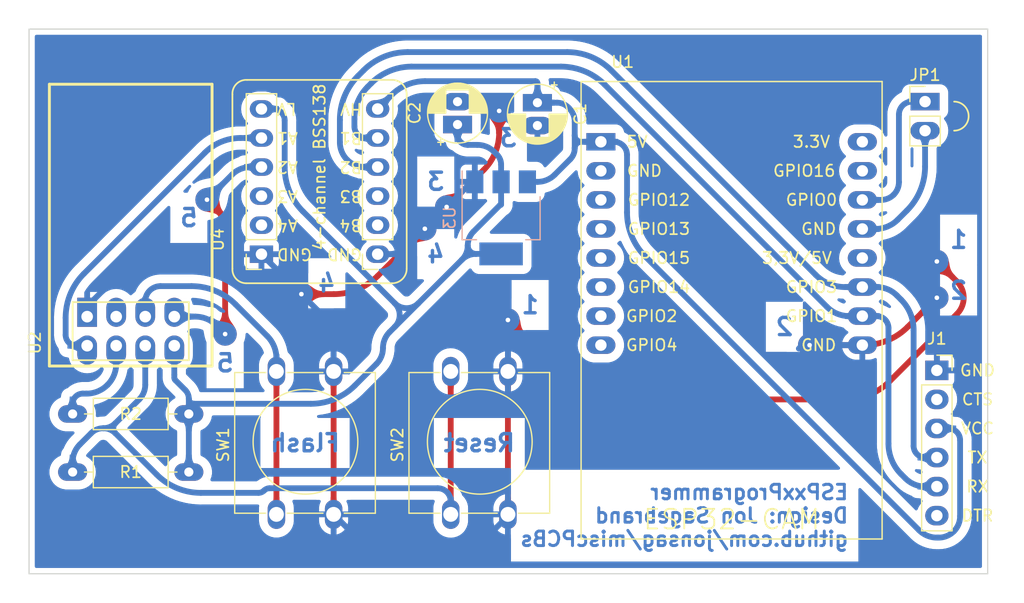
<source format=kicad_pcb>
(kicad_pcb (version 20211014) (generator pcbnew)
  (layers (0 "F.Cu" signal) (31 "B.Cu" signal) (34 "B.Paste" user) (35 "F.Paste" user) (36 "B.SilkS" user "B.Silkscreen") (37 "F.SilkS" user "F.Silkscreen") (38 "B.Mask" user) (39 "F.Mask" user) (44 "Edge.Cuts" user))
  (net 0 "")
  (net 1 "GND")
  (net 3 "+5V")
  (net 4 "TX")
  (net 13 "RX")
  (net 15 "Net-(JP1-Pad2)")
  (net 16 "Net-(JP1-Pad1)")
  (net 19 "+3V3")
  (net 20 "Net-(R1-Pad1)")
  (net 21 "Net-(R2-Pad1)")
  (net 22 "Net-(SW1-Pad1)")
  (net 23 "RX-l")
  (net 25 "TX-l")
  (footprint "My_Misc:CP_Radial_D5.0mm_P2.00mm_larger" (layer "F.Cu") (at 113.665 61.0498 -90)
    (fp_text reference "C1")
    (fp_text value "22u")
  )
  (footprint "My_Misc:SW_PUSH-12mm_large" (layer "F.Cu") (at 106.085 97.045 90)
    (fp_text reference "SW2")
    (fp_text value "Reset")
  )
  (footprint "My_Misc:SW_PUSH-12mm_large" (layer "F.Cu") (at 90.845 97.045 90)
    (fp_text reference "SW1")
    (fp_text value "Flash")
  )
  (footprint "My_ESP32:ESP32-CAM" (layer "F.Cu") (at 119.2135 64.4685)
    (fp_text reference "U1")
    (fp_text value "ESP32-CAM")
  )
  (footprint "My_Headers:6-pin FTDI Programmer PinSocket large" (layer "F.Cu") (at 148.59 84.455)
    (fp_text reference "J1")
    (fp_text value "FTDI Programmer")
  )
  (footprint "My_Misc:R_Axial_DIN0207_L6.3mm_D2.5mm_P10.16mm_Horizontal_larger_pads" (layer "F.Cu") (at 73.025 88.265)
    (fp_text reference "R2")
    (fp_text value "10k")
  )
  (footprint "My_Misc:R_Axial_DIN0207_L6.3mm_D2.5mm_P10.16mm_Horizontal_larger_pads" (layer "F.Cu") (at 73.025 93.345)
    (fp_text reference "R1")
    (fp_text value "10k")
  )
  (footprint "My_Parts:4-channel_I2C_level_shifter_BSS138_large" (layer "F.Cu") (at 89.5357 74.2957 90)
    (fp_text reference "U4")
    (fp_text value "Level shifter BSS138")
  )
  (footprint "My_Misc:CP_Radial_D5.0mm_P2.00mm_larger" (layer "F.Cu") (at 106.68 62.96 90)
    (fp_text reference "C2")
    (fp_text value "22u")
  )
  (footprint "My_Parts:Jumper_1x02_P2.54mm_large" (layer "F.Cu") (at 147.56 60.955)
    (fp_text reference "JP1")
    (fp_text value "Flash")
  )
  (footprint "My_ESP8266:ESP-01_w_pin_socket_large" (layer "F.Cu") (at 74.295 82.296 90)
    (fp_text reference "U2")
    (fp_text value "ESP-01h")
  )
  (footprint "Package_TO_SOT_SMD:SOT-223-3_TabPin2" (layer "B.Cu") (at 110.49 71.12 -90)
    (fp_text reference "U3")
    (fp_text value "AMS1117-3.3")
  )
  (gr_line (start 153.035 102.235) (end 69.215 102.235) (layer "Edge.Cuts") (width 0.1))
  (gr_line (start 69.215 54.61) (end 153.035 54.61) (layer "Edge.Cuts") (width 0.1))
  (gr_line (start 153.035 54.61) (end 153.035 102.235) (layer "Edge.Cuts") (width 0.1))
  (gr_line (start 69.215 102.235) (end 69.215 54.61) (layer "Edge.Cuts") (width 0.1))
  (gr_text "ESPxxProgrammer\nDesign: Jon Sagebrand\ngithub.com/jonsag/miscPCBs" (at 140.97 97.155) (layer "B.Cu") (effects (font (size 1.27 1.27) (thickness 0.254)) (justify left mirror)))
  (gr_text "Reset" (at 108.585 90.805) (layer "B.Cu") (effects (font (size 1.5 1.5) (thickness 0.3)) (justify mirror)))
  (gr_text "Flash" (at 93.345 90.805) (layer "B.Cu") (effects (font (size 1.5 1.5) (thickness 0.3)) (justify mirror)))
  (gr_text "5" (at 83.185 71.12) (layer "B.Cu") (effects (font (size 1.5 1.5) (thickness 0.3)) (justify mirror)))
  (gr_text "3" (at 104.775 67.945) (layer "B.Cu") (effects (font (size 1.5 1.5) (thickness 0.3)) (justify mirror)))
  (gr_text "5" (at 86.36 83.82) (layer "B.Cu") (effects (font (size 1.5 1.5) (thickness 0.3)) (justify mirror)))
  (gr_text "4" (at 95.25 76.835) (layer "B.Cu") (effects (font (size 1.5 1.5) (thickness 0.3)) (justify mirror)))
  (gr_text "3" (at 111.125 64.135) (layer "B.Cu") (effects (font (size 1.5 1.5) (thickness 0.3)) (justify mirror)))
  (gr_text "1" (at 113.03 78.74) (layer "B.Cu") (effects (font (size 1.5 1.5) (thickness 0.3)) (justify mirror)))
  (gr_text "2" (at 150.495 77.47) (layer "B.Cu") (effects (font (size 1.5 1.5) (thickness 0.3)) (justify mirror)))
  (gr_text "2" (at 135.255 80.645) (layer "B.Cu") (effects (font (size 1.5 1.5) (thickness 0.3)) (justify mirror)))
  (gr_text "4" (at 104.775 74.295) (layer "B.Cu") (effects (font (size 1.5 1.5) (thickness 0.3)) (justify mirror)))
  (gr_text "1" (at 150.495 73.025) (layer "B.Cu") (effects (font (size 1.5 1.5) (thickness 0.3)) (justify mirror)))
  (segment (start 110.318589 63.671411) (end 110.318589 61.766411) (width 0.508) (layer "F.Cu") (net 1))
  (segment (start 150.350787 79.519212) (end 144.468792 85.401207) (width 0.508) (layer "F.Cu") (net 1))
  (segment (start 93.0275 77.7875) (end 95.853536 77.7875) (width 0.508) (layer "F.Cu") (net 1))
  (segment (start 111.085 84.52) (end 111.085 84.57) (width 0.508) (layer "F.Cu") (net 1))
  (segment (start 111.085 80.05) (end 116.436207 85.401207) (width 0.508) (layer "F.Cu") (net 1))
  (segment (start 103.8225 72.0725) (end 99.701292 76.193707) (width 0.508) (layer "F.Cu") (net 1))
  (segment (start 111.085 84.57) (end 111.085 97.045) (width 0.508) (layer "F.Cu") (net 1))
  (segment (start 140.621036 86.995) (end 120.283963 86.995) (width 0.508) (layer "F.Cu") (net 1))
  (segment (start 146.040292 80.654707) (end 148.59 78.105) (width 0.508) (layer "F.Cu") (net 1))
  (segment (start 95.845 84.57) (end 95.845 97.045) (width 0.508) (layer "F.Cu") (net 1))
  (segment (start 111.102677 84.477322) (end 111.125 84.455) (width 0.508) (layer "F.Cu") (net 1))
  (segment (start 95.845 84.52) (end 95.845 84.57) (width 0.508) (layer "F.Cu") (net 1))
  (segment (start 95.862677 84.477322) (end 95.885 84.455) (width 0.508) (layer "F.Cu") (net 1))
  (segment (start 150.350787 76.690787) (end 148.59 74.93) (width 0.508) (layer "F.Cu") (net 1))
  (segment (start 142.192536 82.2485) (end 137.4615 82.2485) (width 0.508) (layer "F.Cu") (net 1))
  (segment (start 108.97155 66.923449) (end 105.7275 70.1675) (width 0.508) (layer "F.Cu") (net 1))
  (via (at 111.085 80.05) (size 2.032) (drill 0.4) (layers "F.Cu" "B.Cu") (net 1))
  (via (at 148.59 74.93) (size 2.032) (drill 0.4) (layers "F.Cu" "B.Cu") (net 1))
  (via (at 148.59 78.105) (size 2.032) (drill 0.4) (layers "F.Cu" "B.Cu") (net 1))
  (via (at 110.318589 61.766411) (size 2.032) (drill 0.4) (layers "F.Cu" "B.Cu") (net 1))
  (via (at 137.4615 82.2485) (size 2.032) (drill 0.4) (layers "F.Cu" "B.Cu") (net 1))
  (via (at 103.8225 72.0725) (size 2.032) (drill 0.4) (layers "F.Cu" "B.Cu") (net 1))
  (via (at 105.7275 70.1675) (size 2.032) (drill 0.4) (layers "F.Cu" "B.Cu") (net 1))
  (via (at 93.0275 77.7875) (size 2.032) (drill 0.4) (layers "F.Cu" "B.Cu") (net 1))
  (arc (start 111.102677 84.477322) (mid 111.089594 84.496902) (end 111.085 84.52) (width 0.508) (layer "F.Cu") (net 1))
  (arc (start 99.701292 76.193707) (mid 97.935926 77.373286) (end 95.853536 77.7875) (width 0.508) (layer "F.Cu") (net 1))
  (arc (start 95.862677 84.477322) (mid 95.849594 84.496902) (end 95.845 84.52) (width 0.508) (layer "F.Cu") (net 1))
  (arc (start 146.040292 80.654707) (mid 144.274926 81.834286) (end 142.192536 82.2485) (width 0.508) (layer "F.Cu") (net 1))
  (arc (start 144.468792 85.401207) (mid 142.703426 86.580786) (end 140.621036 86.995) (width 0.508) (layer "F.Cu") (net 1))
  (arc (start 150.350787 76.690787) (mid 150.936573 78.104999) (end 150.350787 79.519212) (width 0.508) (layer "F.Cu") (net 1))
  (arc (start 116.436207 85.401207) (mid 118.201572 86.580786) (end 120.283963 86.995) (width 0.508) (layer "F.Cu") (net 1))
  (arc (start 110.318589 63.671411) (mid 109.968504 65.431401) (end 108.97155 66.923449) (width 0.508) (layer "F.Cu") (net 1))
  (segment (start 105.7275 70.1675) (end 103.8225 72.0725) (width 0.508) (layer "B.Cu") (net 1))
  (segment (start 106.788948 99.695) (end 100.368832 99.695) (width 0.508) (layer "B.Cu") (net 1))
  (segment (start 111.085 80.05) (end 111.085 84.545) (width 0.508) (layer "B.Cu") (net 1))
  (segment (start 102.272324 73.622675) (end 103.8225 72.0725) (width 0.508) (layer "B.Cu") (net 1))
  (segment (start 95.845 82.575) (end 95.845 84.545) (width 0.508) (layer "B.Cu") (net 1))
  (segment (start 97.17 98.37) (end 95.845 97.045) (width 0.508) (layer "B.Cu") (net 1))
  (segment (start 110.318589 61.766411) (end 110.960283 62.408105) (width 0.508) (layer "B.Cu") (net 1))
  (segment (start 105.7275 70.1675) (end 107.95 67.945) (width 0.508) (layer "B.Cu") (net 1))
  (segment (start 109.915383 61.363205) (end 110.318589 61.766411) (width 0.508) (layer "B.Cu") (net 1))
  (segment (start 93.0275 77.7875) (end 89.535 74.295) (width 0.508) (layer "B.Cu") (net 1))
  (segment (start 74.295 79.113062) (end 74.295 79.375) (width 0.508) (layer "B.Cu") (net 1))
  (segment (start 74.480218 78.665905) (end 77.256631 75.889492) (width 0.508) (layer "B.Cu") (net 1))
  (segment (start 112.509471 63.0498) (end 113.665 63.0498) (width 0.508) (layer "B.Cu") (net 1))
  (segment (start 148.59 78.105) (end 148.59 84.455) (width 0.508) (layer "B.Cu") (net 1))
  (segment (start 148.59 78.105) (end 148.59 74.93) (width 0.508) (layer "B.Cu") (net 1))
  (segment (start 109.855 98.425) (end 111.125 97.155) (width 0.508) (layer "B.Cu") (net 1))
  (segment (start 137.4615 82.2485) (end 142.0735 82.2485) (width 0.508) (layer "B.Cu") (net 1))
  (segment (start 137.039692 82.2485) (end 137.4615 82.2485) (width 0.508) (layer "B.Cu") (net 1))
  (segment (start 108.941959 60.96) (end 106.68 60.96) (width 0.508) (layer "B.Cu") (net 1))
  (segment (start 111.105 79.395) (end 111.125 79.375) (width 0.508) (layer "B.Cu") (net 1))
  (segment (start 111.085 79.443284) (end 111.085 80.05) (width 0.508) (layer "B.Cu") (net 1))
  (segment (start 93.0275 77.7875) (end 94.451999 79.211999) (width 0.508) (layer "B.Cu") (net 1))
  (segment (start 136.67575 82.39925) (end 136.525 82.55) (width 0.508) (layer "B.Cu") (net 1))
  (segment (start 81.104387 74.2957) (end 89.5357 74.2957) (width 0.508) (layer "B.Cu") (net 1))
  (segment (start 100.6475 74.2957) (end 99.6957 74.2957) (width 0.508) (layer "B.Cu") (net 1))
  (arc (start 109.855 98.425) (mid 108.448283 99.364937) (end 106.788948 99.695) (width 0.508) (layer "B.Cu") (net 1))
  (arc (start 111.105 79.395) (mid 111.090197 79.417152) (end 111.085 79.443284) (width 0.508) (layer "B.Cu") (net 1))
  (arc (start 109.915383 61.363205) (mid 109.468772 61.064789) (end 108.941959 60.96) (width 0.508) (layer "B.Cu") (net 1))
  (arc (start 137.039692 82.2485) (mid 136.842728 82.287678) (end 136.67575 82.39925) (width 0.508) (layer "B.Cu") (net 1))
  (arc (start 81.104387 74.2957) (mid 79.021996 74.709913) (end 77.256631 75.889492) (width 0.508) (layer "B.Cu") (net 1))
  (arc (start 110.960283 62.408105) (mid 111.671056 62.883028) (end 112.509471 63.0498) (width 0.508) (layer "B.Cu") (net 1))
  (arc (start 74.480218 78.665905) (mid 74.343136 78.871062) (end 74.295 79.113062) (width 0.508) (layer "B.Cu") (net 1))
  (arc (start 94.451999 79.211999) (mid 95.48297 80.754957) (end 95.845 82.575) (width 0.508) (layer "B.Cu") (net 1))
  (arc (start 97.17 98.37) (mid 98.637636 99.350643) (end 100.368832 99.695) (width 0.508) (layer "B.Cu") (net 1))
  (arc (start 102.272324 73.622675) (mid 101.526848 74.120786) (end 100.6475 74.2957) (width 0.508) (layer "B.Cu") (net 1))
  (segment (start 116.43925 61.53775) (end 116.355446 61.453946) (width 0.508) (layer "B.Cu") (net 3))
  (segment (start 117.4925 64.4685) (end 118.07035 64.4685) (width 0.508) (layer "B.Cu") (net 3))
  (segment (start 113.486095 59.1667) (end 103.842262 59.1667) (width 0.508) (layer "B.Cu") (net 3))
  (segment (start 116.9272 62.715765) (end 116.9272 63.9032) (width 0.508) (layer "B.Cu") (net 3))
  (segment (start 121.4998 65.61165) (end 121.4998 70.641736) (width 0.508) (layer "B.Cu") (net 3))
  (segment (start 147.029595 98.425495) (end 123.093592 74.489492) (width 0.508) (layer "B.Cu") (net 3))
  (segment (start 114.23665 61.0498) (end 114.2366 61.0498) (width 0.508) (layer "B.Cu") (net 3))
  (segment (start 148.60295 99.0772) (end 148.748408 99.0772) (width 0.508) (layer "B.Cu") (net 3))
  (segment (start 113.665 59.345604) (end 113.665 60.4782) (width 0.508) (layer "B.Cu") (net 3))
  (segment (start 113.67315 67.97) (end 112.79 67.97) (width 0.508) (layer "B.Cu") (net 3))
  (segment (start 115.37975 61.0498) (end 114.23665 61.0498) (width 0.508) (layer "B.Cu") (net 3))
  (segment (start 120.35665 64.4685) (end 118.07035 64.4685) (width 0.508) (layer "B.Cu") (net 3))
  (segment (start 116.9272 65.0338) (end 116.9272 63.9032) (width 0.508) (layer "B.Cu") (net 3))
  (segment (start 100.9102 60.3812) (end 99.6957 61.5957) (width 0.508) (layer "B.Cu") (net 3))
  (segment (start 150.6223 90.55115) (end 150.6223 97.203308) (width 0.508) (layer "B.Cu") (net 3))
  (segment (start 149.60615 89.535) (end 148.59 89.535) (width 0.508) (layer "B.Cu") (net 3))
  (segment (start 115.180781 67.345518) (end 116.527472 65.998827) (width 0.508) (layer "B.Cu") (net 3))
  (arc (start 116.43925 61.53775) (mid 116.800385 62.078227) (end 116.9272 62.715765) (width 0.508) (layer "B.Cu") (net 3))
  (arc (start 117.4925 64.4685) (mid 117.092772 64.634072) (end 116.9272 65.0338) (width 0.508) (layer "B.Cu") (net 3))
  (arc (start 150.6223 97.203308) (mid 150.479658 97.920415) (end 150.07345 98.52835) (width 0.508) (layer "B.Cu") (net 3))
  (arc (start 121.4998 70.641736) (mid 121.914013 72.724126) (end 123.093592 74.489492) (width 0.508) (layer "B.Cu") (net 3))
  (arc (start 113.665 60.4782) (mid 113.832417 60.882382) (end 114.2366 61.0498) (width 0.508) (layer "B.Cu") (net 3))
  (arc (start 147.029595 98.425495) (mid 147.751456 98.907827) (end 148.60295 99.0772) (width 0.508) (layer "B.Cu") (net 3))
  (arc (start 116.355446 61.453946) (mid 115.907793 61.154834) (end 115.37975 61.0498) (width 0.508) (layer "B.Cu") (net 3))
  (arc (start 113.6126 59.2191) (mid 113.554559 59.180318) (end 113.486095 59.1667) (width 0.508) (layer "B.Cu") (net 3))
  (arc (start 103.842262 59.1667) (mid 102.255441 59.482338) (end 100.9102 60.3812) (width 0.508) (layer "B.Cu") (net 3))
  (arc (start 116.9272 65.0338) (mid 116.823314 65.556068) (end 116.527472 65.998827) (width 0.508) (layer "B.Cu") (net 3))
  (arc (start 115.180781 67.345518) (mid 114.489074 67.807702) (end 113.67315 67.97) (width 0.508) (layer "B.Cu") (net 3))
  (arc (start 113.6126 59.2191) (mid 113.651381 59.27714) (end 113.665 59.345604) (width 0.508) (layer "B.Cu") (net 3))
  (arc (start 150.07345 98.52835) (mid 149.465515 98.934558) (end 148.748408 99.0772) (width 0.508) (layer "B.Cu") (net 3))
  (arc (start 116.9272 63.9032) (mid 117.092772 64.302927) (end 117.4925 64.4685) (width 0.508) (layer "B.Cu") (net 3))
  (arc (start 150.6223 90.55115) (mid 150.324676 89.832623) (end 149.60615 89.535) (width 0.508) (layer "B.Cu") (net 3))
  (arc (start 121.4998 65.61165) (mid 121.164979 64.80332) (end 120.35665 64.4685) (width 0.508) (layer "B.Cu") (net 3))
  (segment (start 143.3205 77.1685) (end 142.38505 77.1685) (width 0.508) (layer "B.Cu") (net 4))
  (segment (start 146.5577 80.920549) (end 146.5577 91.05885) (width 0.508) (layer "B.Cu") (net 4))
  (segment (start 97.986892 58.703106) (end 98.470207 58.219792) (width 0.508) (layer "B.Cu") (net 4))
  (segment (start 120.115692 58.219792) (end 138.000522 76.104622) (width 0.508) (layer "B.Cu") (net 4))
  (segment (start 145.094696 77.903396) (end 145.45875 78.26745) (width 0.508) (layer "B.Cu") (net 4))
  (segment (start 98.561637 66.6757) (end 99.6957 66.6757) (width 0.508) (layer "B.Cu") (net 4))
  (segment (start 116.267936 56.626) (end 102.317963 56.626) (width 0.508) (layer "B.Cu") (net 4))
  (segment (start 147.57385 92.075) (end 148.59 92.075) (width 0.508) (layer "B.Cu") (net 4))
  (segment (start 142.38505 77.1685) (end 142.17735 77.1685) (width 0.508) (layer "B.Cu") (net 4))
  (segment (start 141.96965 77.1685) (end 140.56895 77.1685) (width 0.508) (layer "B.Cu") (net 4))
  (segment (start 96.3931 64.507162) (end 96.3931 62.550863) (width 0.508) (layer "B.Cu") (net 4))
  (segment (start 142.17735 77.1685) (end 141.96965 77.1685) (width 0.508) (layer "B.Cu") (net 4))
  (arc (start 97.02825 66.04055) (mid 97.731774 66.510629) (end 98.561637 66.6757) (width 0.508) (layer "B.Cu") (net 4))
  (arc (start 97.986892 58.703106) (mid 96.807313 60.468472) (end 96.3931 62.550863) (width 0.508) (layer "B.Cu") (net 4))
  (arc (start 138.000522 76.104622) (mid 139.178926 76.892007) (end 140.56895 77.1685) (width 0.508) (layer "B.Cu") (net 4))
  (arc (start 146.5577 91.05885) (mid 146.855323 91.777376) (end 147.57385 92.075) (width 0.508) (layer "B.Cu") (net 4))
  (arc (start 145.45875 78.26745) (mid 146.272092 79.484702) (end 146.5577 80.920549) (width 0.508) (layer "B.Cu") (net 4))
  (arc (start 102.317963 56.626) (mid 100.235572 57.040213) (end 98.470207 58.219792) (width 0.508) (layer "B.Cu") (net 4))
  (arc (start 145.094696 77.903396) (mid 144.280687 77.359493) (end 143.3205 77.1685) (width 0.508) (layer "B.Cu") (net 4))
  (arc (start 120.115692 58.219792) (mid 118.350326 57.040213) (end 116.267936 56.626) (width 0.508) (layer "B.Cu") (net 4))
  (arc (start 96.3931 64.507162) (mid 96.55817 65.337025) (end 97.02825 66.04055) (width 0.508) (layer "B.Cu") (net 4))
  (segment (start 102.65976 57.8963) (end 115.721036 57.8963) (width 0.508) (layer "B.Cu") (net 13))
  (segment (start 147.57385 94.615) (end 148.59 94.615) (width 0.508) (layer "B.Cu") (net 13))
  (segment (start 138.97887 78.90017) (end 119.568792 59.490092) (width 0.508) (layer "B.Cu") (net 13))
  (segment (start 142.38505 79.7085) (end 143.3205 79.7085) (width 0.508) (layer "B.Cu") (net 13))
  (segment (start 97.6634 63.11955) (end 97.6634 62.4794) (width 0.508) (layer "B.Cu") (net 13))
  (segment (start 98.67955 64.1357) (end 99.6957 64.1357) (width 0.508) (layer "B.Cu") (net 13))
  (segment (start 98.83458 59.651919) (end 99.1268 59.3597) (width 0.508) (layer "B.Cu") (net 13))
  (segment (start 142.17735 79.7085) (end 141.96965 79.7085) (width 0.508) (layer "B.Cu") (net 13))
  (segment (start 145.45875 93.51605) (end 145.839173 93.896473) (width 0.508) (layer "B.Cu") (net 13))
  (segment (start 144.3598 90.86295) (end 144.3598 80.7478) (width 0.508) (layer "B.Cu") (net 13))
  (segment (start 141.96965 79.7085) (end 140.93035 79.7085) (width 0.508) (layer "B.Cu") (net 13))
  (segment (start 142.38505 79.7085) (end 142.17735 79.7085) (width 0.508) (layer "B.Cu") (net 13))
  (arc (start 144.3598 90.86295) (mid 144.645407 92.298797) (end 145.45875 93.51605) (width 0.508) (layer "B.Cu") (net 13))
  (arc (start 98.83458 59.651919) (mid 97.967779 60.949178) (end 97.6634 62.4794) (width 0.508) (layer "B.Cu") (net 13))
  (arc (start 138.97887 78.90017) (mid 139.874216 79.498421) (end 140.93035 79.7085) (width 0.508) (layer "B.Cu") (net 13))
  (arc (start 102.65976 57.8963) (mid 100.747735 58.276625) (end 99.1268 59.3597) (width 0.508) (layer "B.Cu") (net 13))
  (arc (start 145.839173 93.896473) (mid 146.635049 94.42826) (end 147.57385 94.615) (width 0.508) (layer "B.Cu") (net 13))
  (arc (start 97.6634 63.11955) (mid 97.961023 63.838076) (end 98.67955 64.1357) (width 0.508) (layer "B.Cu") (net 13))
  (arc (start 119.568792 59.490092) (mid 117.803426 58.310513) (end 115.721036 57.8963) (width 0.508) (layer "B.Cu") (net 13))
  (arc (start 144.3598 80.7478) (mid 144.055396 80.012903) (end 143.3205 79.7085) (width 0.508) (layer "B.Cu") (net 13))
  (segment (start 145.966206 70.482092) (end 145.168129 71.28017) (width 0.508) (layer "B.Cu") (net 15))
  (segment (start 147.56 66.634336) (end 147.56 63.495) (width 0.508) (layer "B.Cu") (net 15))
  (segment (start 143.21665 72.0885) (end 142.0735 72.0885) (width 0.508) (layer "B.Cu") (net 15))
  (arc (start 147.56 66.634336) (mid 147.145786 68.716726) (end 145.966206 70.482092) (width 0.508) (layer "B.Cu") (net 15))
  (arc (start 145.168129 71.28017) (mid 144.272782 71.878421) (end 143.21665 72.0885) (width 0.508) (layer "B.Cu") (net 15))
  (segment (start 146.41685 60.955) (end 147.56 60.955) (width 0.508) (layer "B.Cu") (net 16))
  (segment (start 143.713575 69.5485) (end 142.0735 69.5485) (width 0.508) (layer "B.Cu") (net 16))
  (segment (start 145.2737 62.09815) (end 145.2737 67.988375) (width 0.508) (layer "B.Cu") (net 16))
  (arc (start 145.2737 67.988375) (mid 145.154942 68.585409) (end 144.81675 69.09155) (width 0.508) (layer "B.Cu") (net 16))
  (arc (start 144.81675 69.09155) (mid 144.310609 69.429742) (end 143.713575 69.5485) (width 0.508) (layer "B.Cu") (net 16))
  (arc (start 146.41685 60.955) (mid 145.60852 61.28982) (end 145.2737 62.09815) (width 0.508) (layer "B.Cu") (net 16))
  (segment (start 81.915 84.8366) (end 81.915 85.09) (width 0.508) (layer "B.Cu") (net 19))
  (segment (start 82.00459 85.30629) (end 82.870655 86.172355) (width 0.508) (layer "B.Cu") (net 19))
  (segment (start 109.8823 65.346) (end 110.133582 65.597282) (width 0.508) (layer "B.Cu") (net 19))
  (segment (start 106.68 63.84915) (end 106.68 62.96) (width 0.508) (layer "B.Cu") (net 19))
  (segment (start 107.061577 74.782122) (end 103.25875 78.58495) (width 0.508) (layer "B.Cu") (net 19))
  (segment (start 81.915 84.8366) (end 81.915 82.296) (width 0.508) (layer "B.Cu") (net 19))
  (segment (start 100.739691 81.104008) (end 101.19325 80.65045) (width 0.508) (layer "B.Cu") (net 19))
  (segment (start 83.185 87.82035) (end 83.185 87.8204) (width 0.508) (layer "B.Cu") (net 19))
  (segment (start 93.161799 70.553584) (end 101.193245 78.584954) (width 0.508) (layer "B.Cu") (net 19))
  (segment (start 110.49 66.45775) (end 110.49 67.46585) (width 0.508) (layer "B.Cu") (net 19))
  (segment (start 83.62955 87.3758) (end 93.852136 87.3758) (width 0.508) (layer "B.Cu") (net 19))
  (segment (start 110.49 67.46585) (end 110.49 67.4659) (width 0.508) (layer "B.Cu") (net 19))
  (segment (start 99.581308 83.900591) (end 97.699892 85.782007) (width 0.508) (layer "B.Cu") (net 19))
  (segment (start 83.185 88.7096) (end 83.185 93.345) (width 0.508) (layer "B.Cu") (net 19))
  (segment (start 108.29795 74.27) (end 110.49 74.27) (width 0.508) (layer "B.Cu") (net 19))
  (segment (start 91.568 66.705837) (end 91.568 62.61185) (width 0.508) (layer "B.Cu") (net 19))
  (segment (start 110.49 69.94575) (end 110.49 68.4741) (width 0.508) (layer "B.Cu") (net 19))
  (segment (start 107.56915 64.7383) (end 108.415182 64.7383) (width 0.508) (layer "B.Cu") (net 19))
  (segment (start 103.25875 78.58495) (end 101.19325 80.65045) (width 0.508) (layer "B.Cu") (net 19))
  (segment (start 83.185 87.8204) (end 83.185 88.7096) (width 0.508) (layer "B.Cu") (net 19))
  (segment (start 110.49 67.4659) (end 110.49 68.4741) (width 0.508) (layer "B.Cu") (net 19))
  (segment (start 90.55185 61.5957) (end 89.5357 61.5957) (width 0.508) (layer "B.Cu") (net 19))
  (segment (start 110.380226 70.014973) (end 108.085822 72.309377) (width 0.508) (layer "B.Cu") (net 19))
  (arc (start 110.44945 69.9863) (mid 110.411986 69.993751) (end 110.380226 70.014973) (width 0.508) (layer "B.Cu") (net 19))
  (arc (start 81.915 85.09) (mid 81.938283 85.207055) (end 82.00459 85.30629) (width 0.508) (layer "B.Cu") (net 19))
  (arc (start 91.568 62.61185) (mid 91.270376 61.893323) (end 90.55185 61.5957) (width 0.508) (layer "B.Cu") (net 19))
  (arc (start 108.085822 72.309377) (mid 107.706796 72.87663) (end 107.5737 73.54575) (width 0.508) (layer "B.Cu") (net 19))
  (arc (start 106.68 63.84915) (mid 106.940426 64.477873) (end 107.56915 64.7383) (width 0.508) (layer "B.Cu") (net 19))
  (arc (start 101.19325 80.65045) (mid 101.621026 79.617701) (end 101.193245 78.584954) (width 0.508) (layer "B.Cu") (net 19))
  (arc (start 100.1605 82.5023) (mid 100.009972 83.259049) (end 99.581308 83.900591) (width 0.508) (layer "B.Cu") (net 19))
  (arc (start 107.5737 73.54575) (mid 107.785827 74.057872) (end 108.29795 74.27) (width 0.508) (layer "B.Cu") (net 19))
  (arc (start 110.49 69.94575) (mid 110.478123 69.974423) (end 110.44945 69.9863) (width 0.508) (layer "B.Cu") (net 19))
  (arc (start 108.29795 74.27) (mid 107.62883 74.403096) (end 107.061577 74.782122) (width 0.508) (layer "B.Cu") (net 19))
  (arc (start 97.699892 85.782007) (mid 95.934526 86.961586) (end 93.852136 87.3758) (width 0.508) (layer "B.Cu") (net 19))
  (arc (start 109.8823 65.346) (mid 109.20918 64.896236) (end 108.415182 64.7383) (width 0.508) (layer "B.Cu") (net 19))
  (arc (start 100.739691 81.104008) (mid 100.311026 81.74555) (end 100.1605 82.5023) (width 0.508) (layer "B.Cu") (net 19))
  (arc (start 83.185 87.82035) (mid 83.185 87.3758) (end 83.185 86.93125) (width 0.508) (layer "B.Cu") (net 19))
  (arc (start 101.193245 78.584954) (mid 102.225998 79.01273) (end 103.25875 78.58495) (width 0.508) (layer "B.Cu") (net 19))
  (arc (start 82.870655 86.172355) (mid 83.103304 86.520539) (end 83.185 86.93125) (width 0.508) (layer "B.Cu") (net 19))
  (arc (start 107.061577 74.782122) (mid 107.440603 74.214869) (end 107.5737 73.54575) (width 0.508) (layer "B.Cu") (net 19))
  (arc (start 83.185 86.93125) (mid 83.315205 87.245594) (end 83.62955 87.3758) (width 0.508) (layer "B.Cu") (net 19))
  (arc (start 83.62955 87.3758) (mid 83.315205 87.506005) (end 83.185 87.82035) (width 0.508) (layer "B.Cu") (net 19))
  (arc (start 91.568 66.705837) (mid 91.982215 68.788224) (end 93.161799 70.553584) (width 0.508) (layer "B.Cu") (net 19))
  (arc (start 110.133582 65.597282) (mid 110.397369 65.992068) (end 110.49 66.45775) (width 0.508) (layer "B.Cu") (net 19))
  (segment (start 106.085 84.57) (end 106.085 97.045) (width 0.508) (layer "F.Cu") (net 20))
  (segment (start 106.067322 84.477322) (end 106.045 84.455) (width 0.508) (layer "F.Cu") (net 20))
  (segment (start 106.085 84.52) (end 106.085 84.57) (width 0.508) (layer "F.Cu") (net 20))
  (arc (start 106.067322 84.477322) (mid 106.080405 84.496902) (end 106.085 84.52) (width 0.508) (layer "F.Cu") (net 20))
  (segment (start 104.94185 94.7587) (end 90.253824 94.7587) (width 0.508) (layer "B.Cu") (net 20))
  (segment (start 79.375 84.213) (end 79.375 82.296) (width 0.508) (layer "B.Cu") (net 20))
  (segment (start 79.375 84.213) (end 79.375 85.7136) (width 0.508) (layer "B.Cu") (net 20))
  (segment (start 76.767651 89.953151) (end 80.383907 93.569407) (width 0.508) (layer "B.Cu") (net 20))
  (segment (start 73.025 92.45585) (end 73.025 93.345) (width 0.508) (layer "B.Cu") (net 20))
  (segment (start 89.277275 95.1632) (end 84.231663 95.1632) (width 0.508) (layer "B.Cu") (net 20))
  (segment (start 74.638548 89.953151) (end 73.653723 90.937976) (width 0.508) (layer "B.Cu") (net 20))
  (segment (start 106.085 95.90185) (end 106.085 97.045) (width 0.508) (layer "B.Cu") (net 20))
  (segment (start 78.844457 86.994442) (end 76.767651 89.071248) (width 0.508) (layer "B.Cu") (net 20))
  (arc (start 75.7031 89.5122) (mid 75.126968 89.626799) (end 74.638548 89.953151) (width 0.508) (layer "B.Cu") (net 20))
  (arc (start 90.253824 94.7587) (mid 89.989572 94.811263) (end 89.76555 94.96095) (width 0.508) (layer "B.Cu") (net 20))
  (arc (start 76.767651 89.071248) (mid 76.585003 89.512199) (end 76.767651 89.953151) (width 0.508) (layer "B.Cu") (net 20))
  (arc (start 89.76555 94.96095) (mid 89.541527 95.110636) (end 89.277275 95.1632) (width 0.508) (layer "B.Cu") (net 20))
  (arc (start 80.383907 93.569407) (mid 82.149272 94.748986) (end 84.231663 95.1632) (width 0.508) (layer "B.Cu") (net 20))
  (arc (start 106.085 95.90185) (mid 105.750179 95.09352) (end 104.94185 94.7587) (width 0.508) (layer "B.Cu") (net 20))
  (arc (start 76.767651 89.953151) (mid 76.279231 89.626799) (end 75.7031 89.5122) (width 0.508) (layer "B.Cu") (net 20))
  (arc (start 75.7031 89.5122) (mid 76.279231 89.3976) (end 76.767651 89.071248) (width 0.508) (layer "B.Cu") (net 20))
  (arc (start 79.375 85.7136) (mid 79.237116 86.406786) (end 78.844457 86.994442) (width 0.508) (layer "B.Cu") (net 20))
  (arc (start 73.653723 90.937976) (mid 73.188399 91.634382) (end 73.025 92.45585) (width 0.508) (layer "B.Cu") (net 20))
  (segment (start 73.025 87.37585) (end 73.025 88.265) (width 0.508) (layer "B.Cu") (net 21))
  (segment (start 74.234393 86.4867) (end 73.91415 86.4867) (width 0.508) (layer "B.Cu") (net 21))
  (segment (start 76.835 83.886093) (end 76.835 82.296) (width 0.508) (layer "B.Cu") (net 21))
  (arc (start 73.91415 86.4867) (mid 73.285426 86.747126) (end 73.025 87.37585) (width 0.508) (layer "B.Cu") (net 21))
  (arc (start 76.0733 85.725) (mid 75.229602 86.28874) (end 74.234393 86.4867) (width 0.508) (layer "B.Cu") (net 21))
  (arc (start 76.835 83.886093) (mid 76.63704 84.881302) (end 76.0733 85.725) (width 0.508) (layer "B.Cu") (net 21))
  (segment (start 90.845 84.52) (end 90.845 84.57) (width 0.508) (layer "F.Cu") (net 22))
  (segment (start 90.845 84.57) (end 90.845 97.045) (width 0.508) (layer "F.Cu") (net 22))
  (segment (start 90.827322 84.477322) (end 90.805 84.455) (width 0.508) (layer "F.Cu") (net 22))
  (arc (start 90.827322 84.477322) (mid 90.840405 84.496902) (end 90.845 84.52) (width 0.508) (layer "F.Cu") (net 22))
  (segment (start 90.03667 81.45037) (end 87.268792 78.682492) (width 0.508) (layer "B.Cu") (net 22))
  (segment (start 90.845 83.40185) (end 90.845 84.545) (width 0.508) (layer "B.Cu") (net 22))
  (segment (start 80.70865 77.0887) (end 83.421036 77.0887) (width 0.508) (layer "B.Cu") (net 22))
  (segment (start 79.375 78.42235) (end 79.375 79.756) (width 0.508) (layer "B.Cu") (net 22))
  (arc (start 87.268792 78.682492) (mid 85.503426 77.502913) (end 83.421036 77.0887) (width 0.508) (layer "B.Cu") (net 22))
  (arc (start 80.70865 77.0887) (mid 79.765617 77.479317) (end 79.375 78.42235) (width 0.508) (layer "B.Cu") (net 22))
  (arc (start 90.03667 81.45037) (mid 90.634921 82.345716) (end 90.845 83.40185) (width 0.508) (layer "B.Cu") (net 22))
  (segment (start 84.585755 65.428644) (end 74.008892 76.005507) (width 0.508) (layer "B.Cu") (net 23))
  (segment (start 87.7072 64.1357) (end 89.5357 64.1357) (width 0.508) (layer "B.Cu") (net 23))
  (segment (start 73.35505 82.296) (end 74.295 82.296) (width 0.508) (layer "B.Cu") (net 23))
  (segment (start 72.4151 81.35605) (end 72.4151 79.853263) (width 0.508) (layer "B.Cu") (net 23))
  (arc (start 87.7072 64.1357) (mid 86.017886 64.471725) (end 84.585755 65.428644) (width 0.508) (layer "B.Cu") (net 23))
  (arc (start 72.4151 81.35605) (mid 72.690404 82.020695) (end 73.35505 82.296) (width 0.508) (layer "B.Cu") (net 23))
  (arc (start 74.008892 76.005507) (mid 72.829313 77.770872) (end 72.4151 79.853263) (width 0.508) (layer "B.Cu") (net 23))
  (segment (start 85.56625 70.32625) (end 84.7725 69.5325) (width 0.508) (layer "F.Cu") (net 25))
  (segment (start 86.36 72.242532) (end 86.36 81.28) (width 0.508) (layer "F.Cu") (net 25))
  (via (at 84.7725 69.5325) (size 2.032) (drill 0.4) (layers "F.Cu" "B.Cu") (net 25))
  (via (at 86.36 81.28) (size 2.032) (drill 0.4) (layers "F.Cu" "B.Cu") (net 25))
  (arc (start 85.56625 70.32625) (mid 86.153711 71.205447) (end 86.36 72.242532) (width 0.508) (layer "F.Cu") (net 25))
  (segment (start 84.7725 69.5325) (end 84.455 69.85) (width 0.508) (layer "B.Cu") (net 25))
  (segment (start 85.598 80.518) (end 86.36 81.28) (width 0.508) (layer "B.Cu") (net 25))
  (segment (start 86.955285 67.349714) (end 84.7725 69.5325) (width 0.508) (layer "B.Cu") (net 25))
  (segment (start 88.5825 66.6757) (end 89.5357 66.6757) (width 0.508) (layer "B.Cu") (net 25))
  (segment (start 83.758369 79.756) (end 81.915 79.756) (width 0.508) (layer "B.Cu") (net 25))
  (arc (start 88.5825 66.6757) (mid 87.701857 66.85087) (end 86.955285 67.349714) (width 0.508) (layer "B.Cu") (net 25))
  (arc (start 85.598 80.518) (mid 84.75397 79.954037) (end 83.758369 79.756) (width 0.508) (layer "B.Cu") (net 25))
  (zone (net 20) (net_name "Net-(R1-Pad1)") (layer "F.Cu") (priority 16962) (connect_pads yes (clearance 0)) (min_thickness 0.0254) (fill yes (thermal_gap 0.508) (thermal_bridge_width 0.508))
    (polygon (pts (xy 106.339 86.067) (xy 106.344759 85.892964) (xy 106.361396 85.746705) (xy 106.38795 85.622393) (xy 106.42346 85.514201) (xy 106.466966 85.4163) (xy 106.517506 85.322861) (xy 106.574121 85.228054) (xy 106.635848 85.126052) (xy 106.701728 85.011026) (xy 106.7708 84.877148) (xy 106.085 84.164) (xy 105.3992 84.877148) (xy 105.468271 85.011026) (xy 105.534151 85.126052) (xy 105.595878 85.228054) (xy 105.652493 85.322861) (xy 105.703033 85.4163) (xy 105.746539 85.514201) (xy 105.782049 85.622393) (xy 105.808603 85.746705) (xy 105.82524 85.892964) (xy 105.831 86.067)))
  )
  (zone (net 25) (net_name "TX-l") (layer "F.Cu") (priority 16962) (connect_pads yes (clearance 0)) (min_thickness 0.0254) (fill yes (thermal_gap 0.508) (thermal_bridge_width 0.508))
    (polygon (pts (xy 86.106 79.254) (xy 86.096256 79.48868) (xy 86.068422 79.683771) (xy 86.02459 79.847754) (xy 85.966852 79.989112) (xy 85.897302 80.116326) (xy 85.818031 80.23788) (xy 85.731133 80.362255) (xy 85.638699 80.497935) (xy 85.542824 80.653401) (xy 85.4456 80.837136) (xy 86.36 81.788) (xy 87.2744 80.837136) (xy 87.177175 80.653401) (xy 87.0813 80.497935) (xy 86.988866 80.362255) (xy 86.901968 80.23788) (xy 86.822697 80.116326) (xy 86.753147 79.989112) (xy 86.695409 79.847754) (xy 86.651577 79.683771) (xy 86.623743 79.48868) (xy 86.614 79.254)))
  )
  (zone (net 1) (net_name "GND") (layer "F.Cu") (priority 16962) (connect_pads yes (clearance 0)) (min_thickness 0.0254) (fill yes (thermal_gap 0.508) (thermal_bridge_width 0.508))
    (polygon (pts (xy 112.697202 81.302992) (xy 112.538147 81.130158) (xy 112.419878 80.972526) (xy 112.334919 80.825579) (xy 112.275791 80.684797) (xy 112.235017 80.545664) (xy 112.205118 80.403659) (xy 112.178618 80.254266) (xy 112.148038 80.092966) (xy 112.105901 79.915242) (xy 112.04473 79.716574) (xy 110.72579 79.69079) (xy 110.751574 81.00973) (xy 110.950242 81.070901) (xy 111.127966 81.113038) (xy 111.289266 81.143618) (xy 111.438659 81.170118) (xy 111.580664 81.200017) (xy 111.719797 81.240791) (xy 111.860579 81.299919) (xy 112.007526 81.384878) (xy 112.165158 81.503147) (xy 112.337992 81.662202)))
  )
  (zone (net 1) (net_name "GND") (layer "F.Cu") (priority 16962) (connect_pads yes (clearance 0)) (min_thickness 0.0254) (fill yes (thermal_gap 0.508) (thermal_bridge_width 0.508))
    (polygon (pts (xy 147.337008 79.717202) (xy 147.509841 79.558147) (xy 147.667473 79.439878) (xy 147.81442 79.354919) (xy 147.955202 79.295791) (xy 148.094335 79.255017) (xy 148.23634 79.225118) (xy 148.385733 79.198618) (xy 148.547033 79.168038) (xy 148.724757 79.125901) (xy 148.923426 79.06473) (xy 148.94921 77.74579) (xy 147.63027 77.771574) (xy 147.569098 77.970242) (xy 147.526961 78.147966) (xy 147.496381 78.309266) (xy 147.469881 78.458659) (xy 147.439982 78.600664) (xy 147.399208 78.739797) (xy 147.34008 78.880579) (xy 147.255121 79.027526) (xy 147.136852 79.185158) (xy 146.977798 79.357992)))
  )
  (zone (net 1) (net_name "GND") (layer "F.Cu") (priority 16962) (connect_pads yes (clearance 0)) (min_thickness 0.0254) (fill yes (thermal_gap 0.508) (thermal_bridge_width 0.508))
    (polygon (pts (xy 95.591 95.523) (xy 95.58524 95.697035) (xy 95.568603 95.843294) (xy 95.542049 95.967606) (xy 95.506539 96.075798) (xy 95.463033 96.173699) (xy 95.412493 96.267138) (xy 95.355878 96.361945) (xy 95.294151 96.463947) (xy 95.228271 96.578973) (xy 95.1592 96.712852) (xy 95.845 97.426) (xy 96.5308 96.712852) (xy 96.461728 96.578973) (xy 96.395848 96.463947) (xy 96.334121 96.361945) (xy 96.277506 96.267138) (xy 96.226966 96.173699) (xy 96.18346 96.075798) (xy 96.14795 95.967606) (xy 96.121396 95.843294) (xy 96.104759 95.697035) (xy 96.099 95.523)))
  )
  (zone (net 1) (net_name "GND") (layer "F.Cu") (priority 16962) (connect_pads yes (clearance 0)) (min_thickness 0.0254) (fill yes (thermal_gap 0.508) (thermal_bridge_width 0.508))
    (polygon (pts (xy 111.339 86.067) (xy 111.344759 85.892964) (xy 111.361396 85.746705) (xy 111.38795 85.622393) (xy 111.42346 85.514201) (xy 111.466966 85.4163) (xy 111.517506 85.322861) (xy 111.574121 85.228054) (xy 111.635848 85.126052) (xy 111.701728 85.011026) (xy 111.7708 84.877148) (xy 111.085 84.164) (xy 110.3992 84.877148) (xy 110.468271 85.011026) (xy 110.534151 85.126052) (xy 110.595878 85.228054) (xy 110.652493 85.322861) (xy 110.703033 85.4163) (xy 110.746539 85.514201) (xy 110.782049 85.622393) (xy 110.808603 85.746705) (xy 110.82524 85.892964) (xy 110.831 86.067)))
  )
  (zone (net 22) (net_name "Net-(SW1-Pad1)") (layer "F.Cu") (priority 16962) (connect_pads yes (clearance 0)) (min_thickness 0.0254) (fill yes (thermal_gap 0.508) (thermal_bridge_width 0.508))
    (polygon (pts (xy 90.591 95.523) (xy 90.58524 95.697035) (xy 90.568603 95.843294) (xy 90.542049 95.967606) (xy 90.506539 96.075798) (xy 90.463033 96.173699) (xy 90.412493 96.267138) (xy 90.355878 96.361945) (xy 90.294151 96.463947) (xy 90.228271 96.578973) (xy 90.1592 96.712852) (xy 90.845 97.426) (xy 91.5308 96.712852) (xy 91.461728 96.578973) (xy 91.395848 96.463947) (xy 91.334121 96.361945) (xy 91.277506 96.267138) (xy 91.226966 96.173699) (xy 91.18346 96.075798) (xy 91.14795 95.967606) (xy 91.121396 95.843294) (xy 91.104759 95.697035) (xy 91.099 95.523)))
  )
  (zone (net 22) (net_name "Net-(SW1-Pad1)") (layer "F.Cu") (priority 16962) (connect_pads yes (clearance 0)) (min_thickness 0.0254) (fill yes (thermal_gap 0.508) (thermal_bridge_width 0.508))
    (polygon (pts (xy 91.099 86.067) (xy 91.104759 85.892964) (xy 91.121396 85.746705) (xy 91.14795 85.622393) (xy 91.18346 85.514201) (xy 91.226966 85.4163) (xy 91.277506 85.322861) (xy 91.334121 85.228054) (xy 91.395848 85.126052) (xy 91.461728 85.011026) (xy 91.5308 84.877148) (xy 90.845 84.164) (xy 90.1592 84.877148) (xy 90.228271 85.011026) (xy 90.294151 85.126052) (xy 90.355878 85.228054) (xy 90.412493 85.322861) (xy 90.463033 85.4163) (xy 90.506539 85.514201) (xy 90.542049 85.622393) (xy 90.568603 85.746705) (xy 90.58524 85.892964) (xy 90.591 86.067)))
  )
  (zone (net 1) (net_name "GND") (layer "F.Cu") (priority 16962) (connect_pads yes (clearance 0)) (min_thickness 0.0254) (fill yes (thermal_gap 0.508) (thermal_bridge_width 0.508))
    (polygon (pts (xy 95.0535 77.5335) (xy 94.818819 77.523756) (xy 94.623728 77.495922) (xy 94.459745 77.45209) (xy 94.318387 77.394352) (xy 94.191173 77.324802) (xy 94.069619 77.245531) (xy 93.945244 77.158633) (xy 93.809564 77.066199) (xy 93.654098 76.970324) (xy 93.470364 76.8731) (xy 92.5195 77.7875) (xy 93.470364 78.7019) (xy 93.654098 78.604675) (xy 93.809564 78.5088) (xy 93.945244 78.416366) (xy 94.069619 78.329468) (xy 94.191173 78.250197) (xy 94.318387 78.180647) (xy 94.459745 78.122909) (xy 94.623728 78.079077) (xy 94.818819 78.051243) (xy 95.0535 78.0415)))
  )
  (zone (net 1) (net_name "GND") (layer "F.Cu") (priority 16962) (connect_pads yes (clearance 0)) (min_thickness 0.0254) (fill yes (thermal_gap 0.508) (thermal_bridge_width 0.508))
    (polygon (pts (xy 150.202202 76.182992) (xy 150.043147 76.010158) (xy 149.924878 75.852526) (xy 149.839919 75.705579) (xy 149.780791 75.564797) (xy 149.740017 75.425664) (xy 149.710118 75.283659) (xy 149.683618 75.134266) (xy 149.653038 74.972966) (xy 149.610901 74.795242) (xy 149.54973 74.596574) (xy 148.23079 74.57079) (xy 148.256574 75.88973) (xy 148.455242 75.950901) (xy 148.632966 75.993038) (xy 148.794266 76.023618) (xy 148.943659 76.050118) (xy 149.085664 76.080017) (xy 149.224797 76.120791) (xy 149.365579 76.179919) (xy 149.512526 76.264878) (xy 149.670158 76.383147) (xy 149.842992 76.542202)))
  )
  (zone (net 1) (net_name "GND") (layer "F.Cu") (priority 16962) (connect_pads yes (clearance 0)) (min_thickness 0.0254) (fill yes (thermal_gap 0.508) (thermal_bridge_width 0.508))
    (polygon (pts (xy 139.4875 81.9945) (xy 139.252819 81.984756) (xy 139.057728 81.956922) (xy 138.893745 81.91309) (xy 138.752387 81.855352) (xy 138.625173 81.785802) (xy 138.503619 81.706531) (xy 138.379244 81.619633) (xy 138.243564 81.527199) (xy 138.088098 81.431324) (xy 137.904364 81.3341) (xy 136.9535 82.2485) (xy 137.904364 83.1629) (xy 138.088098 83.065675) (xy 138.243564 82.9698) (xy 138.379244 82.877366) (xy 138.503619 82.790468) (xy 138.625173 82.711197) (xy 138.752387 82.641647) (xy 138.893745 82.583909) (xy 139.057728 82.540077) (xy 139.252819 82.512243) (xy 139.4875 82.5025)))
  )
  (zone (net 20) (net_name "Net-(R1-Pad1)") (layer "F.Cu") (priority 16962) (connect_pads yes (clearance 0)) (min_thickness 0.0254) (fill yes (thermal_gap 0.508) (thermal_bridge_width 0.508))
    (polygon (pts (xy 105.831 95.523) (xy 105.82524 95.697035) (xy 105.808603 95.843294) (xy 105.782049 95.967606) (xy 105.746539 96.075798) (xy 105.703033 96.173699) (xy 105.652493 96.267138) (xy 105.595878 96.361945) (xy 105.534151 96.463947) (xy 105.468271 96.578973) (xy 105.3992 96.712852) (xy 106.085 97.426) (xy 106.7708 96.712852) (xy 106.701728 96.578973) (xy 106.635848 96.463947) (xy 106.574121 96.361945) (xy 106.517506 96.267138) (xy 106.466966 96.173699) (xy 106.42346 96.075798) (xy 106.38795 95.967606) (xy 106.361396 95.843294) (xy 106.344759 95.697035) (xy 106.339 95.523)))
  )
  (zone (net 1) (net_name "GND") (layer "F.Cu") (priority 16962) (connect_pads yes (clearance 0)) (min_thickness 0.0254) (fill yes (thermal_gap 0.508) (thermal_bridge_width 0.508))
    (polygon (pts (xy 110.831 95.523) (xy 110.82524 95.697035) (xy 110.808603 95.843294) (xy 110.782049 95.967606) (xy 110.746539 96.075798) (xy 110.703033 96.173699) (xy 110.652493 96.267138) (xy 110.595878 96.361945) (xy 110.534151 96.463947) (xy 110.468271 96.578973) (xy 110.3992 96.712852) (xy 111.085 97.426) (xy 111.7708 96.712852) (xy 111.701728 96.578973) (xy 111.635848 96.463947) (xy 111.574121 96.361945) (xy 111.517506 96.267138) (xy 111.466966 96.173699) (xy 111.42346 96.075798) (xy 111.38795 95.967606) (xy 111.361396 95.843294) (xy 111.344759 95.697035) (xy 111.339 95.523)))
  )
  (zone (net 1) (net_name "GND") (layer "F.Cu") (priority 16962) (connect_pads yes (clearance 0)) (min_thickness 0.0254) (fill yes (thermal_gap 0.508) (thermal_bridge_width 0.508))
    (polygon (pts (xy 106.980492 68.555298) (xy 106.807658 68.714352) (xy 106.650026 68.832621) (xy 106.503079 68.91758) (xy 106.362297 68.976708) (xy 106.223164 69.017482) (xy 106.081159 69.047381) (xy 105.931766 69.073881) (xy 105.770466 69.104461) (xy 105.592742 69.146598) (xy 105.394074 69.20777) (xy 105.36829 70.52671) (xy 106.68723 70.500926) (xy 106.748401 70.302257) (xy 106.790538 70.124533) (xy 106.821118 69.963233) (xy 106.847618 69.81384) (xy 106.877517 69.671835) (xy 106.918291 69.532702) (xy 106.977419 69.39192) (xy 107.062378 69.244973) (xy 107.180647 69.087341) (xy 107.339702 68.914508)))
  )
  (zone (net 1) (net_name "GND") (layer "F.Cu") (priority 16962) (connect_pads yes (clearance 0)) (min_thickness 0.0254) (fill yes (thermal_gap 0.508) (thermal_bridge_width 0.508))
    (polygon (pts (xy 102.569508 73.684702) (xy 102.742341 73.525647) (xy 102.899973 73.407378) (xy 103.04692 73.322419) (xy 103.187702 73.263291) (xy 103.326835 73.222517) (xy 103.46884 73.192618) (xy 103.618233 73.166118) (xy 103.779533 73.135538) (xy 103.957257 73.093401) (xy 104.155926 73.03223) (xy 104.18171 71.71329) (xy 102.86277 71.739074) (xy 102.801598 71.937742) (xy 102.759461 72.115466) (xy 102.728881 72.276766) (xy 102.702381 72.426159) (xy 102.672482 72.568164) (xy 102.631708 72.707297) (xy 102.57258 72.848079) (xy 102.487621 72.995026) (xy 102.369352 73.152658) (xy 102.210298 73.325492)))
  )
  (zone (net 1) (net_name "GND") (layer "F.Cu") (priority 16962) (connect_pads yes (clearance 0)) (min_thickness 0.0254) (fill yes (thermal_gap 0.508) (thermal_bridge_width 0.508))
    (polygon (pts (xy 110.572589 63.792411) (xy 110.582332 63.55773) (xy 110.610166 63.362639) (xy 110.653998 63.198656) (xy 110.711736 63.057298) (xy 110.781286 62.930084) (xy 110.860557 62.80853) (xy 110.947455 62.684155) (xy 111.039889 62.548475) (xy 111.135764 62.393009) (xy 111.232989 62.209275) (xy 110.318589 61.258411) (xy 109.404189 62.209275) (xy 109.501413 62.393009) (xy 109.597288 62.548475) (xy 109.689722 62.684155) (xy 109.77662 62.80853) (xy 109.855891 62.930084) (xy 109.925441 63.057298) (xy 109.983179 63.198656) (xy 110.027011 63.362639) (xy 110.054845 63.55773) (xy 110.064589 63.792411)))
  )
  (zone (net 25) (net_name "TX-l") (layer "F.Cu") (priority 16962) (connect_pads yes (clearance 0)) (min_thickness 0.0254) (fill yes (thermal_gap 0.508) (thermal_bridge_width 0.508))
    (polygon (pts (xy 86.384702 70.785492) (xy 86.225647 70.612658) (xy 86.107378 70.455026) (xy 86.022419 70.308079) (xy 85.963291 70.167297) (xy 85.922517 70.028164) (xy 85.892618 69.886159) (xy 85.866118 69.736766) (xy 85.835538 69.575466) (xy 85.793401 69.397742) (xy 85.73223 69.199074) (xy 84.41329 69.17329) (xy 84.439074 70.49223) (xy 84.637742 70.553401) (xy 84.815466 70.595538) (xy 84.976766 70.626118) (xy 85.126159 70.652618) (xy 85.268164 70.682517) (xy 85.407297 70.723291) (xy 85.548079 70.782419) (xy 85.695026 70.867378) (xy 85.852658 70.985647) (xy 86.025492 71.144702)))
  )
  (zone (net 1) (net_name "GND") (layer "F.Cu") (priority 16962) (connect_pads yes (clearance 0)) (min_thickness 0.0254) (fill yes (thermal_gap 0.508) (thermal_bridge_width 0.508))
    (polygon (pts (xy 96.099 86.067) (xy 96.104759 85.892964) (xy 96.121396 85.746705) (xy 96.14795 85.622393) (xy 96.18346 85.514201) (xy 96.226966 85.4163) (xy 96.277506 85.322861) (xy 96.334121 85.228054) (xy 96.395848 85.126052) (xy 96.461728 85.011026) (xy 96.5308 84.877148) (xy 95.845 84.164) (xy 95.1592 84.877148) (xy 95.228271 85.011026) (xy 95.294151 85.126052) (xy 95.355878 85.228054) (xy 95.412493 85.322861) (xy 95.463033 85.4163) (xy 95.506539 85.514201) (xy 95.542049 85.622393) (xy 95.568603 85.746705) (xy 95.58524 85.892964) (xy 95.591 86.067)))
  )
  (zone (net 20) (net_name "Net-(R1-Pad1)") (layer "B.Cu") (priority 16962) (connect_pads yes (clearance 0)) (min_thickness 0.0254) (fill yes (thermal_gap 0.508) (thermal_bridge_width 0.508))
    (polygon (pts (xy 79.629 84.0196) (xy 79.636351 83.821357) (xy 79.657462 83.655602) (xy 79.690922 83.515445) (xy 79.735318 83.393997) (xy 79.789237 83.284369) (xy 79.851266 83.179673) (xy 79.919993 83.073021) (xy 79.994006 82.957522) (xy 80.071893 82.82629) (xy 80.15224 82.672434) (xy 79.375 81.8642) (xy 78.59776 82.672434) (xy 78.678106 82.82629) (xy 78.755993 82.957522) (xy 78.830006 83.073021) (xy 78.898733 83.179673) (xy 78.960762 83.284369) (xy 79.014681 83.393997) (xy 79.059077 83.515445) (xy 79.092537 83.655602) (xy 79.113648 83.821357) (xy 79.121 84.0196)))
  )
  (zone (net 3) (net_name "+5V") (layer "B.Cu") (priority 16962) (connect_pads yes (clearance 0)) (min_thickness 0.0254) (fill yes (thermal_gap 0.508) (thermal_bridge_width 0.508))
    (polygon (pts (xy 150.28 89.281) (xy 150.085873 89.27383) (xy 149.923504 89.253239) (xy 149.786166 89.220596) (xy 149.667129 89.177277) (xy 149.559667 89.124652) (xy 149.457052 89.064095) (xy 149.352556 88.996979) (xy 149.239452 88.924676) (xy 149.111011 88.848558) (xy 148.960506 88.77) (xy 148.165 89.535) (xy 148.960506 90.3) (xy 149.111011 90.221441) (xy 149.239452 90.145323) (xy 149.352556 90.07302) (xy 149.457052 90.005904) (xy 149.559667 89.945347) (xy 149.667129 89.892722) (xy 149.786166 89.849403) (xy 149.923504 89.81676) (xy 150.085873 89.796169) (xy 150.28 89.789)))
  )
  (zone (net 0) (net_name "") (layer "B.Cu") (connect_pads (clearance 0.508)) (min_thickness 0.254) (fill yes (thermal_gap 0.508) (thermal_bridge_width 0.508))
    (polygon (pts (xy 156.21 104.775) (xy 66.675 104.775) (xy 66.675 52.07) (xy 156.21 52.07)))
  )
  (zone (net 23) (net_name "RX-l") (layer "B.Cu") (priority 16962) (connect_pads yes (clearance 0)) (min_thickness 0.0254) (fill yes (thermal_gap 0.508) (thermal_bridge_width 0.508))
    (polygon (pts (xy 88.0137 64.3897) (xy 88.187735 64.395459) (xy 88.333994 64.412096) (xy 88.458306 64.43865) (xy 88.566498 64.47416) (xy 88.664399 64.517666) (xy 88.757838 64.568206) (xy 88.852645 64.624821) (xy 88.954647 64.686548) (xy 89.069673 64.752428) (xy 89.203552 64.8215) (xy 89.9167 64.1357) (xy 89.203552 63.4499) (xy 89.069673 63.518971) (xy 88.954647 63.584851) (xy 88.852645 63.646578) (xy 88.757838 63.703193) (xy 88.664399 63.753733) (xy 88.566498 63.797239) (xy 88.458306 63.832749) (xy 88.333994 63.859303) (xy 88.187735 63.87594) (xy 88.0137 63.8817)))
  )
  (zone (net 13) (net_name "RX") (layer "B.Cu") (priority 16962) (connect_pads yes (clearance 0)) (min_thickness 0.0254) (fill yes (thermal_gap 0.508) (thermal_bridge_width 0.508))
    (polygon (pts (xy 98.1737 64.3897) (xy 98.347735 64.395459) (xy 98.493994 64.412096) (xy 98.618306 64.43865) (xy 98.726498 64.47416) (xy 98.824399 64.517666) (xy 98.917838 64.568206) (xy 99.012645 64.624821) (xy 99.114647 64.686548) (xy 99.229673 64.752428) (xy 99.363552 64.8215) (xy 100.0767 64.1357) (xy 99.363552 63.4499) (xy 99.229673 63.518971) (xy 99.114647 63.584851) (xy 99.012645 63.646578) (xy 98.917838 63.703193) (xy 98.824399 63.753733) (xy 98.726498 63.797239) (xy 98.618306 63.832749) (xy 98.493994 63.859303) (xy 98.347735 63.87594) (xy 98.1737 63.8817)))
  )
  (zone (net 25) (net_name "TX-l") (layer "B.Cu") (priority 16962) (connect_pads yes (clearance 0)) (min_thickness 0.0254) (fill yes (thermal_gap 0.508) (thermal_bridge_width 0.508))
    (polygon (pts (xy 84.747798 80.027008) (xy 84.906852 80.199841) (xy 85.025121 80.357473) (xy 85.11008 80.50442) (xy 85.169208 80.645202) (xy 85.209982 80.784335) (xy 85.239881 80.92634) (xy 85.266381 81.075733) (xy 85.296961 81.237033) (xy 85.339098 81.414757) (xy 85.40027 81.613426) (xy 86.71921 81.63921) (xy 86.693426 80.32027) (xy 86.494757 80.259098) (xy 86.317033 80.216961) (xy 86.155733 80.186381) (xy 86.00634 80.159881) (xy 85.864335 80.129982) (xy 85.725202 80.089208) (xy 85.58442 80.03008) (xy 85.437473 79.945121) (xy 85.279841 79.826852) (xy 85.107008 79.667798)))
  )
  (zone (net 3) (net_name "+5V") (layer "B.Cu") (priority 16962) (connect_pads yes (clearance 0)) (min_thickness 0.0254) (fill yes (thermal_gap 0.508) (thermal_bridge_width 0.508))
    (polygon (pts (xy 117.6915 64.7225) (xy 117.865535 64.728259) (xy 118.011794 64.744896) (xy 118.136106 64.77145) (xy 118.244298 64.80696) (xy 118.342199 64.850466) (xy 118.435638 64.901006) (xy 118.530445 64.957621) (xy 118.632447 65.019348) (xy 118.747473 65.085228) (xy 118.881352 65.1543) (xy 119.5945 64.4685) (xy 118.881352 63.7827) (xy 118.747473 63.851771) (xy 118.632447 63.917651) (xy 118.530445 63.979378) (xy 118.435638 64.035993) (xy 118.342199 64.086533) (xy 118.244298 64.130039) (xy 118.136106 64.165549) (xy 118.011794 64.192103) (xy 117.865535 64.20874) (xy 117.6915 64.2145)))
  )
  (zone (net 15) (net_name "Net-(JP1-Pad2)") (layer "B.Cu") (priority 16962) (connect_pads yes (clearance 0)) (min_thickness 0.0254) (fill yes (thermal_gap 0.508) (thermal_bridge_width 0.508))
    (polygon (pts (xy 143.5955 71.8345) (xy 143.421464 71.82874) (xy 143.275205 71.812103) (xy 143.150893 71.785549) (xy 143.042701 71.750039) (xy 142.9448 71.706533) (xy 142.851361 71.655993) (xy 142.756554 71.599378) (xy 142.654552 71.537651) (xy 142.539526 71.471771) (xy 142.405648 71.4027) (xy 141.6925 72.0885) (xy 142.405648 72.7743) (xy 142.539526 72.705228) (xy 142.654552 72.639348) (xy 142.756554 72.577621) (xy 142.851361 72.521006) (xy 142.9448 72.470466) (xy 143.042701 72.42696) (xy 143.150893 72.39145) (xy 143.275205 72.364896) (xy 143.421464 72.348259) (xy 143.5955 72.3425)))
  )
  (zone (net 4) (net_name "TX") (layer "B.Cu") (priority 16962) (connect_pads yes (clearance 0)) (min_thickness 0.0254) (fill yes (thermal_gap 0.508) (thermal_bridge_width 0.508))
    (polygon (pts (xy 146.9 92.329) (xy 147.094126 92.336169) (xy 147.256495 92.35676) (xy 147.393833 92.389403) (xy 147.51287 92.432722) (xy 147.620332 92.485347) (xy 147.722947 92.545904) (xy 147.827443 92.61302) (xy 147.940547 92.685323) (xy 148.068988 92.761441) (xy 148.219494 92.84) (xy 149.015 92.075) (xy 148.219494 91.31) (xy 148.068988 91.388558) (xy 147.940547 91.464676) (xy 147.827443 91.536979) (xy 147.722947 91.604095) (xy 147.620332 91.664652) (xy 147.51287 91.717277) (xy 147.393833 91.760596) (xy 147.256495 91.793239) (xy 147.094126 91.81383) (xy 146.9 91.821)))
  )
  (zone (net 19) (net_name "+3V3") (layer "B.Cu") (priority 16962) (connect_pads yes (clearance 0)) (min_thickness 0.0254) (fill yes (thermal_gap 0.508) (thermal_bridge_width 0.508))
    (polygon (pts (xy 82.931 91.823) (xy 82.92524 91.997035) (xy 82.908603 92.143294) (xy 82.882049 92.267606) (xy 82.846539 92.375798) (xy 82.803033 92.473699) (xy 82.752493 92.567138) (xy 82.695878 92.661945) (xy 82.634151 92.763947) (xy 82.568271 92.878973) (xy 82.4992 93.012852) (xy 83.185 93.726) (xy 83.8708 93.012852) (xy 83.801728 92.878973) (xy 83.735848 92.763947) (xy 83.674121 92.661945) (xy 83.617506 92.567138) (xy 83.566966 92.473699) (xy 83.52346 92.375798) (xy 83.48795 92.267606) (xy 83.461396 92.143294) (xy 83.444759 91.997035) (xy 83.439 91.823)))
  )
  (zone (net 25) (net_name "TX-l") (layer "B.Cu") (priority 16962) (connect_pads yes (clearance 0)) (min_thickness 0.0254) (fill yes (thermal_gap 0.508) (thermal_bridge_width 0.508))
    (polygon (pts (xy 83.6386 79.502) (xy 83.440357 79.494648) (xy 83.274602 79.473537) (xy 83.134445 79.440077) (xy 83.012997 79.395681) (xy 82.903369 79.341762) (xy 82.798673 79.279733) (xy 82.692021 79.211006) (xy 82.576522 79.136993) (xy 82.44529 79.059106) (xy 82.291434 78.97876) (xy 81.4832 79.756) (xy 82.291434 80.53324) (xy 82.44529 80.452893) (xy 82.576522 80.375006) (xy 82.692021 80.300993) (xy 82.798673 80.232266) (xy 82.903369 80.170237) (xy 83.012997 80.116318) (xy 83.134445 80.071922) (xy 83.274602 80.038462) (xy 83.440357 80.017351) (xy 83.6386 80.01)))
  )
  (zone (net 13) (net_name "RX") (layer "B.Cu") (priority 16962) (connect_pads yes (clearance 0)) (min_thickness 0.0254) (fill yes (thermal_gap 0.508) (thermal_bridge_width 0.508))
    (polygon (pts (xy 143.6032 79.4545) (xy 143.428143 79.448777) (xy 143.280979 79.432232) (xy 143.155857 79.405803) (xy 143.046925 79.370425) (xy 142.948331 79.327036) (xy 142.854225 79.276572) (xy 142.758755 79.21997) (xy 142.656069 79.158166) (xy 142.540317 79.092097) (xy 142.405648 79.0227) (xy 141.6925 79.7085) (xy 142.405648 80.3943) (xy 142.540317 80.324902) (xy 142.656069 80.258833) (xy 142.758755 80.197029) (xy 142.854225 80.140427) (xy 142.948331 80.089963) (xy 143.046925 80.046574) (xy 143.155857 80.011196) (xy 143.280979 79.984767) (xy 143.428143 79.968222) (xy 143.6032 79.9625)))
  )
  (zone (net 19) (net_name "+3V3") (layer "B.Cu") (priority 16962) (connect_pads yes (clearance 0)) (min_thickness 0.0254) (fill yes (thermal_gap 0.508) (thermal_bridge_width 0.508))
    (polygon (pts (xy 106.934 64.482) (xy 106.939759 64.307964) (xy 106.956396 64.161705) (xy 106.98295 64.037393) (xy 107.01846 63.929201) (xy 107.061966 63.8313) (xy 107.112506 63.737861) (xy 107.169121 63.643054) (xy 107.230848 63.541052) (xy 107.296728 63.426026) (xy 107.3658 63.292148) (xy 106.68 62.579) (xy 105.9942 63.292148) (xy 106.063271 63.426026) (xy 106.129151 63.541052) (xy 106.190878 63.643054) (xy 106.247493 63.737861) (xy 106.298033 63.8313) (xy 106.341539 63.929201) (xy 106.377049 64.037393) (xy 106.403603 64.161705) (xy 106.42024 64.307964) (xy 106.426 64.482)))
  )
  (zone (net 1) (net_name "GND") (layer "B.Cu") (connect_pads (clearance 0.508)) (min_thickness 0.254) (fill yes (thermal_gap 0.508) (thermal_bridge_width 0.508))
    (polygon (pts (xy 154.94 103.505) (xy 67.945 103.505) (xy 67.945 53.34) (xy 154.94 53.34)))
  )
  (zone (net 16) (net_name "Net-(JP1-Pad1)") (layer "B.Cu") (priority 16962) (connect_pads yes (clearance 0)) (min_thickness 0.0254) (fill yes (thermal_gap 0.508) (thermal_bridge_width 0.508))
    (polygon (pts (xy 143.5955 69.2945) (xy 143.421464 69.28874) (xy 143.275205 69.272103) (xy 143.150893 69.245549) (xy 143.042701 69.210039) (xy 142.9448 69.166533) (xy 142.851361 69.115993) (xy 142.756554 69.059378) (xy 142.654552 68.997651) (xy 142.539526 68.931771) (xy 142.405648 68.8627) (xy 141.6925 69.5485) (xy 142.405648 70.2343) (xy 142.539526 70.165228) (xy 142.654552 70.099348) (xy 142.756554 70.037621) (xy 142.851361 69.981006) (xy 142.9448 69.930466) (xy 143.042701 69.88696) (xy 143.150893 69.85145) (xy 143.275205 69.824896) (xy 143.421464 69.808259) (xy 143.5955 69.8025)))
  )
  (zone (net 3) (net_name "+5V") (layer "B.Cu") (priority 16962) (connect_pads yes (clearance 0)) (min_thickness 0.0254) (fill yes (thermal_gap 0.508) (thermal_bridge_width 0.508))
    (polygon (pts (xy 120.7355 64.2145) (xy 120.561464 64.20874) (xy 120.415205 64.192103) (xy 120.290893 64.165549) (xy 120.182701 64.130039) (xy 120.0848 64.086533) (xy 119.991361 64.035993) (xy 119.896554 63.979378) (xy 119.794552 63.917651) (xy 119.679526 63.851771) (xy 119.545648 63.7827) (xy 118.8325 64.4685) (xy 119.545648 65.1543) (xy 119.679526 65.085228) (xy 119.794552 65.019348) (xy 119.896554 64.957621) (xy 119.991361 64.901006) (xy 120.0848 64.850466) (xy 120.182701 64.80696) (xy 120.290893 64.77145) (xy 120.415205 64.744896) (xy 120.561464 64.728259) (xy 120.7355 64.7225)))
  )
  (zone (net 25) (net_name "TX-l") (layer "B.Cu") (priority 16962) (connect_pads yes (clearance 0)) (min_thickness 0.0254) (fill yes (thermal_gap 0.508) (thermal_bridge_width 0.508))
    (polygon (pts (xy 86.025492 67.920298) (xy 85.852658 68.079352) (xy 85.695026 68.197621) (xy 85.548079 68.28258) (xy 85.407297 68.341708) (xy 85.268164 68.382482) (xy 85.126159 68.412381) (xy 84.976766 68.438881) (xy 84.815466 68.469461) (xy 84.637742 68.511598) (xy 84.439074 68.57277) (xy 84.41329 69.89171) (xy 85.73223 69.865926) (xy 85.793401 69.667257) (xy 85.835538 69.489533) (xy 85.866118 69.328233) (xy 85.892618 69.17884) (xy 85.922517 69.036835) (xy 85.963291 68.897702) (xy 86.022419 68.75692) (xy 86.107378 68.609973) (xy 86.225647 68.452341) (xy 86.384702 68.279508)))
  )
  (zone (net 22) (net_name "Net-(SW1-Pad1)") (layer "B.Cu") (priority 16962) (connect_pads yes (clearance 0)) (min_thickness 0.0254) (fill yes (thermal_gap 0.508) (thermal_bridge_width 0.508))
    (polygon (pts (xy 90.591 83.023) (xy 90.58524 83.197035) (xy 90.568603 83.343294) (xy 90.542049 83.467606) (xy 90.506539 83.575798) (xy 90.463033 83.673699) (xy 90.412493 83.767138) (xy 90.355878 83.861945) (xy 90.294151 83.963947) (xy 90.228271 84.078973) (xy 90.1592 84.212852) (xy 90.845 84.926) (xy 91.5308 84.212852) (xy 91.461728 84.078973) (xy 91.395848 83.963947) (xy 91.334121 83.861945) (xy 91.277506 83.767138) (xy 91.226966 83.673699) (xy 91.18346 83.575798) (xy 91.14795 83.467606) (xy 91.121396 83.343294) (xy 91.104759 83.197035) (xy 91.099 83.023)))
  )
  (zone (net 4) (net_name "TX") (layer "B.Cu") (priority 16962) (connect_pads yes (clearance 0)) (min_thickness 0.0254) (fill yes (thermal_gap 0.508) (thermal_bridge_width 0.508))
    (polygon (pts (xy 98.1737 66.9297) (xy 98.347735 66.935459) (xy 98.493994 66.952096) (xy 98.618306 66.97865) (xy 98.726498 67.01416) (xy 98.824399 67.057666) (xy 98.917838 67.108206) (xy 99.012645 67.164821) (xy 99.114647 67.226548) (xy 99.229673 67.292428) (xy 99.363552 67.3615) (xy 100.0767 66.6757) (xy 99.363552 65.9899) (xy 99.229673 66.058971) (xy 99.114647 66.124851) (xy 99.012645 66.186578) (xy 98.917838 66.243193) (xy 98.824399 66.293733) (xy 98.726498 66.337239) (xy 98.618306 66.372749) (xy 98.493994 66.399303) (xy 98.347735 66.41594) (xy 98.1737 66.4217)))
  )
  (zone (net 21) (net_name "Net-(R2-Pad1)") (layer "B.Cu") (priority 16962) (connect_pads yes (clearance 0)) (min_thickness 0.0254) (fill yes (thermal_gap 0.508) (thermal_bridge_width 0.508))
    (polygon (pts (xy 72.771 86.743) (xy 72.76524 86.917035) (xy 72.748603 87.063294) (xy 72.722049 87.187606) (xy 72.686539 87.295798) (xy 72.643033 87.393699) (xy 72.592493 87.487138) (xy 72.535878 87.581945) (xy 72.474151 87.683947) (xy 72.408271 87.798973) (xy 72.3392 87.932852) (xy 73.025 88.646) (xy 73.7108 87.932852) (xy 73.641728 87.798973) (xy 73.575848 87.683947) (xy 73.514121 87.581945) (xy 73.457506 87.487138) (xy 73.406966 87.393699) (xy 73.36346 87.295798) (xy 73.32795 87.187606) (xy 73.301396 87.063294) (xy 73.284759 86.917035) (xy 73.279 86.743)))
  )
  (zone (net 19) (net_name "+3V3") (layer "B.Cu") (priority 16962) (connect_pads yes (clearance 0)) (min_thickness 0.0254) (fill yes (thermal_gap 0.508) (thermal_bridge_width 0.508))
    (polygon (pts (xy 82.931 87.3858) (xy 82.929434 87.415236) (xy 82.925133 87.443272) (xy 82.918689 87.46955) (xy 82.910697 87.493711) (xy 82.90175 87.515398) (xy 82.89244 87.534251) (xy 82.883363 87.549913) (xy 82.87511 87.562025) (xy 82.868276 87.570229) (xy 82.863454 87.574166) (xy 83.185 88.646) (xy 83.506546 87.574166) (xy 83.501723 87.570229) (xy 83.494889 87.562025) (xy 83.486636 87.549913) (xy 83.477559 87.534251) (xy 83.468249 87.515398) (xy 83.459302 87.493711) (xy 83.45131 87.46955) (xy 83.444866 87.443272) (xy 83.440565 87.415236) (xy 83.439 87.3858)))
  )
  (zone (net 25) (net_name "TX-l") (layer "B.Cu") (priority 16962) (connect_pads yes (clearance 0)) (min_thickness 0.0254) (fill yes (thermal_gap 0.508) (thermal_bridge_width 0.508))
    (polygon (pts (xy 88.0137 66.9297) (xy 88.187735 66.935459) (xy 88.333994 66.952096) (xy 88.458306 66.97865) (xy 88.566498 67.01416) (xy 88.664399 67.057666) (xy 88.757838 67.108206) (xy 88.852645 67.164821) (xy 88.954647 67.226548) (xy 89.069673 67.292428) (xy 89.203552 67.3615) (xy 89.9167 66.6757) (xy 89.203552 65.9899) (xy 89.069673 66.058971) (xy 88.954647 66.124851) (xy 88.852645 66.186578) (xy 88.757838 66.243193) (xy 88.664399 66.293733) (xy 88.566498 66.337239) (xy 88.458306 66.372749) (xy 88.333994 66.399303) (xy 88.187735 66.41594) (xy 88.0137 66.4217)))
  )
  (zone (net 13) (net_name "RX") (layer "B.Cu") (priority 16962) (connect_pads yes (clearance 0)) (min_thickness 0.0254) (fill yes (thermal_gap 0.508) (thermal_bridge_width 0.508))
    (polygon (pts (xy 140.5515 79.9625) (xy 140.725535 79.968259) (xy 140.871794 79.984896) (xy 140.996106 80.01145) (xy 141.104298 80.04696) (xy 141.202199 80.090466) (xy 141.295638 80.141006) (xy 141.390445 80.197621) (xy 141.492447 80.259348) (xy 141.607473 80.325228) (xy 141.741352 80.3943) (xy 142.4545 79.7085) (xy 141.741352 79.0227) (xy 141.607473 79.091771) (xy 141.492447 79.157651) (xy 141.390445 79.219378) (xy 141.295638 79.275993) (xy 141.202199 79.326533) (xy 141.104298 79.370039) (xy 140.996106 79.405549) (xy 140.871794 79.432103) (xy 140.725535 79.44874) (xy 140.5515 79.4545)))
  )
  (zone (net 19) (net_name "+3V3") (layer "B.Cu") (priority 16962) (connect_pads yes (clearance 0)) (min_thickness 0.0254) (fill yes (thermal_gap 0.508) (thermal_bridge_width 0.508))
    (polygon (pts (xy 83.439 89.787) (xy 83.444759 89.612964) (xy 83.461396 89.466705) (xy 83.48795 89.342393) (xy 83.52346 89.234201) (xy 83.566966 89.1363) (xy 83.617506 89.042861) (xy 83.674121 88.948054) (xy 83.735848 88.846052) (xy 83.801728 88.731026) (xy 83.8708 88.597148) (xy 83.185 87.884) (xy 82.4992 88.597148) (xy 82.568271 88.731026) (xy 82.634151 88.846052) (xy 82.695878 88.948054) (xy 82.752493 89.042861) (xy 82.803033 89.1363) (xy 82.846539 89.234201) (xy 82.882049 89.342393) (xy 82.908603 89.466705) (xy 82.92524 89.612964) (xy 82.931 89.787)))
  )
  (zone (net 23) (net_name "RX-l") (layer "B.Cu") (priority 16962) (connect_pads yes (clearance 0)) (min_thickness 0.0254) (fill yes (thermal_gap 0.508) (thermal_bridge_width 0.508))
    (polygon (pts (xy 72.5714 82.55) (xy 72.769642 82.557351) (xy 72.935397 82.578462) (xy 73.075554 82.611922) (xy 73.197002 82.656318) (xy 73.30663 82.710237) (xy 73.411326 82.772266) (xy 73.517978 82.840993) (xy 73.633477 82.915006) (xy 73.764709 82.992893) (xy 73.918566 83.07324) (xy 74.7268 82.296) (xy 73.918566 81.51876) (xy 73.764709 81.599106) (xy 73.633477 81.676993) (xy 73.517978 81.751006) (xy 73.411326 81.819733) (xy 73.30663 81.881762) (xy 73.197002 81.935681) (xy 73.075554 81.980077) (xy 72.935397 82.013537) (xy 72.769642 82.034648) (xy 72.5714 82.042)))
  )
  (zone (net 3) (net_name "+5V") (layer "B.Cu") (priority 16962) (connect_pads yes (clearance 0)) (min_thickness 0.0254) (fill yes (thermal_gap 0.508) (thermal_bridge_width 0.508))
    (polygon (pts (xy 100.592311 60.339879) (xy 100.465176 60.458868) (xy 100.349992 60.550525) (xy 100.243314 60.619649) (xy 100.141701 60.671043) (xy 100.041711 60.709506) (xy 99.939902 60.73984) (xy 99.832832 60.766846) (xy 99.717058 60.795324) (xy 99.589138 60.830076) (xy 99.445631 60.875902) (xy 99.426293 61.865107) (xy 100.415498 61.845769) (xy 100.461323 61.702261) (xy 100.496075 61.574341) (xy 100.524553 61.458567) (xy 100.551559 61.351497) (xy 100.581893 61.249688) (xy 100.620356 61.149698) (xy 100.67175 61.048085) (xy 100.740874 60.941407) (xy 100.832531 60.826223) (xy 100.951521 60.699089)))
  )
  (zone (net 19) (net_name "+3V3") (layer "B.Cu") (priority 16962) (connect_pads yes (clearance 0)) (min_thickness 0.0254) (fill yes (thermal_gap 0.508) (thermal_bridge_width 0.508))
    (polygon (pts (xy 91.0577 61.3417) (xy 90.883664 61.33594) (xy 90.737405 61.319303) (xy 90.613093 61.292749) (xy 90.504901 61.257239) (xy 90.407 61.213733) (xy 90.313561 61.163193) (xy 90.218754 61.106578) (xy 90.116752 61.044851) (xy 90.001726 60.978971) (xy 89.867848 60.9099) (xy 89.1547 61.5957) (xy 89.867848 62.2815) (xy 90.001726 62.212428) (xy 90.116752 62.146548) (xy 90.218754 62.084821) (xy 90.313561 62.028206) (xy 90.407 61.977666) (xy 90.504901 61.93416) (xy 90.613093 61.89865) (xy 90.737405 61.872096) (xy 90.883664 61.855459) (xy 91.0577 61.8497)))
  )
  (zone (net 13) (net_name "RX") (layer "B.Cu") (priority 16962) (connect_pads yes (clearance 0)) (min_thickness 0.0254) (fill yes (thermal_gap 0.508) (thermal_bridge_width 0.508))
    (polygon (pts (xy 146.9 94.869) (xy 147.094126 94.876169) (xy 147.256495 94.89676) (xy 147.393833 94.929403) (xy 147.51287 94.972722) (xy 147.620332 95.025347) (xy 147.722947 95.085904) (xy 147.827443 95.15302) (xy 147.940547 95.225323) (xy 148.068988 95.301441) (xy 148.219494 95.38) (xy 149.015 94.615) (xy 148.219494 93.85) (xy 148.068988 93.928558) (xy 147.940547 94.004676) (xy 147.827443 94.076979) (xy 147.722947 94.144095) (xy 147.620332 94.204652) (xy 147.51287 94.257277) (xy 147.393833 94.300596) (xy 147.256495 94.333239) (xy 147.094126 94.35383) (xy 146.9 94.361)))
  )
  (zone (net 16) (net_name "Net-(JP1-Pad1)") (layer "B.Cu") (priority 16962) (connect_pads yes (clearance 0)) (min_thickness 0.0254) (fill yes (thermal_gap 0.508) (thermal_bridge_width 0.508))
    (polygon (pts (xy 146.038 61.209) (xy 146.212035 61.214759) (xy 146.358294 61.231396) (xy 146.482606 61.25795) (xy 146.590798 61.29346) (xy 146.688699 61.336966) (xy 146.782138 61.387506) (xy 146.876945 61.444121) (xy 146.978947 61.505848) (xy 147.093973 61.571728) (xy 147.227852 61.6408) (xy 147.941 60.955) (xy 147.227852 60.2692) (xy 147.093973 60.338271) (xy 146.978947 60.404151) (xy 146.876945 60.465878) (xy 146.782138 60.522493) (xy 146.688699 60.573033) (xy 146.590798 60.616539) (xy 146.482606 60.652049) (xy 146.358294 60.678603) (xy 146.212035 60.69524) (xy 146.038 60.701)))
  )
  (zone (net 20) (net_name "Net-(R1-Pad1)") (layer "B.Cu") (priority 16962) (connect_pads yes (clearance 0)) (min_thickness 0.0254) (fill yes (thermal_gap 0.508) (thermal_bridge_width 0.508))
    (polygon (pts (xy 105.831 95.523) (xy 105.82524 95.697035) (xy 105.808603 95.843294) (xy 105.782049 95.967606) (xy 105.746539 96.075798) (xy 105.703033 96.173699) (xy 105.652493 96.267138) (xy 105.595878 96.361945) (xy 105.534151 96.463947) (xy 105.468271 96.578973) (xy 105.3992 96.712852) (xy 106.085 97.426) (xy 106.7708 96.712852) (xy 106.701728 96.578973) (xy 106.635848 96.463947) (xy 106.574121 96.361945) (xy 106.517506 96.267138) (xy 106.466966 96.173699) (xy 106.42346 96.075798) (xy 106.38795 95.967606) (xy 106.361396 95.843294) (xy 106.344759 95.697035) (xy 106.339 95.523)))
  )
  (zone (net 3) (net_name "+5V") (layer "B.Cu") (priority 16962) (connect_pads yes (clearance 0)) (min_thickness 0.0254) (fill yes (thermal_gap 0.508) (thermal_bridge_width 0.508))
    (polygon (pts (xy 113.411 59.5278) (xy 113.40524 59.701835) (xy 113.388603 59.848094) (xy 113.362049 59.972406) (xy 113.326539 60.080598) (xy 113.283033 60.178499) (xy 113.232493 60.271938) (xy 113.175878 60.366745) (xy 113.114151 60.468747) (xy 113.048271 60.583773) (xy 112.9792 60.717652) (xy 113.665 61.4308) (xy 114.3508 60.717652) (xy 114.281728 60.583773) (xy 114.215848 60.468747) (xy 114.154121 60.366745) (xy 114.097506 60.271938) (xy 114.046966 60.178499) (xy 114.00346 60.080598) (xy 113.96795 59.972406) (xy 113.941396 59.848094) (xy 113.924759 59.701835) (xy 113.919 59.5278)))
  )
  (zone (net 22) (net_name "Net-(SW1-Pad1)") (layer "B.Cu") (priority 16962) (connect_pads yes (clearance 0)) (min_thickness 0.0254) (fill yes (thermal_gap 0.508) (thermal_bridge_width 0.508))
    (polygon (pts (xy 79.121 78.0324) (xy 79.113648 78.230642) (xy 79.092537 78.396397) (xy 79.059077 78.536554) (xy 79.014681 78.658002) (xy 78.960762 78.76763) (xy 78.898733 78.872326) (xy 78.830006 78.978978) (xy 78.755993 79.094477) (xy 78.678106 79.225709) (xy 78.59776 79.379566) (xy 79.375 80.1878) (xy 80.15224 79.379566) (xy 80.071893 79.225709) (xy 79.994006 79.094477) (xy 79.919993 78.978978) (xy 79.851266 78.872326) (xy 79.789237 78.76763) (xy 79.735318 78.658002) (xy 79.690922 78.536554) (xy 79.657462 78.396397) (xy 79.636351 78.230642) (xy 79.629 78.0324)))
  )
  (zone (net 20) (net_name "Net-(R1-Pad1)") (layer "B.Cu") (priority 16962) (connect_pads yes (clearance 0)) (min_thickness 0.0254) (fill yes (thermal_gap 0.508) (thermal_bridge_width 0.508))
    (polygon (pts (xy 72.771 91.823) (xy 72.76524 91.997035) (xy 72.748603 92.143294) (xy 72.722049 92.267606) (xy 72.686539 92.375798) (xy 72.643033 92.473699) (xy 72.592493 92.567138) (xy 72.535878 92.661945) (xy 72.474151 92.763947) (xy 72.408271 92.878973) (xy 72.3392 93.012852) (xy 73.025 93.726) (xy 73.7108 93.012852) (xy 73.641728 92.878973) (xy 73.575848 92.763947) (xy 73.514121 92.661945) (xy 73.457506 92.567138) (xy 73.406966 92.473699) (xy 73.36346 92.375798) (xy 73.32795 92.267606) (xy 73.301396 92.143294) (xy 73.284759 91.997035) (xy 73.279 91.823)))
  )
  (zone (net 19) (net_name "+3V3") (layer "B.Cu") (priority 16962) (connect_pads yes (clearance 0)) (min_thickness 0.0254) (fill yes (thermal_gap 0.508) (thermal_bridge_width 0.508))
    (polygon (pts (xy 82.169 84.0196) (xy 82.176351 83.821357) (xy 82.197462 83.655602) (xy 82.230922 83.515445) (xy 82.275318 83.393997) (xy 82.329237 83.284369) (xy 82.391266 83.179673) (xy 82.459993 83.073021) (xy 82.534006 82.957522) (xy 82.611893 82.82629) (xy 82.69224 82.672434) (xy 81.915 81.8642) (xy 81.13776 82.672434) (xy 81.218106 82.82629) (xy 81.295993 82.957522) (xy 81.370006 83.073021) (xy 81.438733 83.179673) (xy 81.500762 83.284369) (xy 81.554681 83.393997) (xy 81.599077 83.515445) (xy 81.632537 83.655602) (xy 81.653648 83.821357) (xy 81.661 84.0196)))
  )
  (zone (net 15) (net_name "Net-(JP1-Pad2)") (layer "B.Cu") (priority 16962) (connect_pads yes (clearance 0)) (min_thickness 0.0254) (fill yes (thermal_gap 0.508) (thermal_bridge_width 0.508))
    (polygon (pts (xy 147.814 65.017) (xy 147.819759 64.842964) (xy 147.836396 64.696705) (xy 147.86295 64.572393) (xy 147.89846 64.464201) (xy 147.941966 64.3663) (xy 147.992506 64.272861) (xy 148.049121 64.178054) (xy 148.110848 64.076052) (xy 148.176728 63.961026) (xy 148.2458 63.827148) (xy 147.56 63.114) (xy 146.8742 63.827148) (xy 146.943271 63.961026) (xy 147.009151 64.076052) (xy 147.070878 64.178054) (xy 147.127493 64.272861) (xy 147.178033 64.3663) (xy 147.221539 64.464201) (xy 147.257049 64.572393) (xy 147.283603 64.696705) (xy 147.30024 64.842964) (xy 147.306 65.017)))
  )
  (zone (net 4) (net_name "TX") (layer "B.Cu") (priority 16962) (connect_pads yes (clearance 0)) (min_thickness 0.0254) (fill yes (thermal_gap 0.508) (thermal_bridge_width 0.508))
    (polygon (pts (xy 143.6032 76.9145) (xy 143.428143 76.908777) (xy 143.280979 76.892232) (xy 143.155857 76.865803) (xy 143.046925 76.830425) (xy 142.948331 76.787036) (xy 142.854225 76.736572) (xy 142.758755 76.67997) (xy 142.656069 76.618166) (xy 142.540317 76.552097) (xy 142.405648 76.4827) (xy 141.6925 77.1685) (xy 142.405648 77.8543) (xy 142.540317 77.784902) (xy 142.656069 77.718833) (xy 142.758755 77.657029) (xy 142.854225 77.600427) (xy 142.948331 77.549963) (xy 143.046925 77.506574) (xy 143.155857 77.471196) (xy 143.280979 77.444767) (xy 143.428143 77.428222) (xy 143.6032 77.4225)))
  )
  (zone (net 4) (net_name "TX") (layer "B.Cu") (priority 16962) (connect_pads yes (clearance 0)) (min_thickness 0.0254) (fill yes (thermal_gap 0.508) (thermal_bridge_width 0.508))
    (polygon (pts (xy 140.5515 77.4225) (xy 140.725535 77.428259) (xy 140.871794 77.444896) (xy 140.996106 77.47145) (xy 141.104298 77.50696) (xy 141.202199 77.550466) (xy 141.295638 77.601006) (xy 141.390445 77.657621) (xy 141.492447 77.719348) (xy 141.607473 77.785228) (xy 141.741352 77.8543) (xy 142.4545 77.1685) (xy 141.741352 76.4827) (xy 141.607473 76.551771) (xy 141.492447 76.617651) (xy 141.390445 76.679378) (xy 141.295638 76.735993) (xy 141.202199 76.786533) (xy 141.104298 76.830039) (xy 140.996106 76.865549) (xy 140.871794 76.892103) (xy 140.725535 76.90874) (xy 140.5515 76.9145)))
  )
  (zone (net 3) (net_name "+5V") (layer "B.Cu") (priority 16962) (connect_pads yes (clearance 0)) (min_thickness 0.0254) (fill yes (thermal_gap 0.508) (thermal_bridge_width 0.508))
    (polygon (pts (xy 115.197 60.7958) (xy 115.021638 60.790087) (xy 114.874204 60.773571) (xy 114.74884 60.747179) (xy 114.639686 60.711841) (xy 114.540886 60.668486) (xy 114.44658 60.618045) (xy 114.350912 60.561447) (xy 114.248022 60.49962) (xy 114.132054 60.433494) (xy 113.997148 60.364) (xy 113.284 61.0498) (xy 113.997148 61.7356) (xy 114.132054 61.666105) (xy 114.248022 61.599979) (xy 114.350912 61.538152) (xy 114.44658 61.481554) (xy 114.540886 61.431113) (xy 114.639686 61.387758) (xy 114.74884 61.35242) (xy 114.874204 61.326028) (xy 115.021638 61.309512) (xy 115.197 61.3038)))
  )
  (zone (net 21) (net_name "Net-(R2-Pad1)") (layer "B.Cu") (priority 16962) (connect_pads yes (clearance 0)) (min_thickness 0.0254) (fill yes (thermal_gap 0.508) (thermal_bridge_width 0.508))
    (polygon (pts (xy 77.089 84.0196) (xy 77.096351 83.821357) (xy 77.117462 83.655602) (xy 77.150922 83.515445) (xy 77.195318 83.393997) (xy 77.249237 83.284369) (xy 77.311266 83.179673) (xy 77.379993 83.073021) (xy 77.454006 82.957522) (xy 77.531893 82.82629) (xy 77.61224 82.672434) (xy 76.835 81.8642) (xy 76.05776 82.672434) (xy 76.138106 82.82629) (xy 76.215993 82.957522) (xy 76.290006 83.073021) (xy 76.358733 83.179673) (xy 76.420762 83.284369) (xy 76.474681 83.393997) (xy 76.519077 83.515445) (xy 76.552537 83.655602) (xy 76.573648 83.821357) (xy 76.581 84.0196)))
  )
)
</source>
